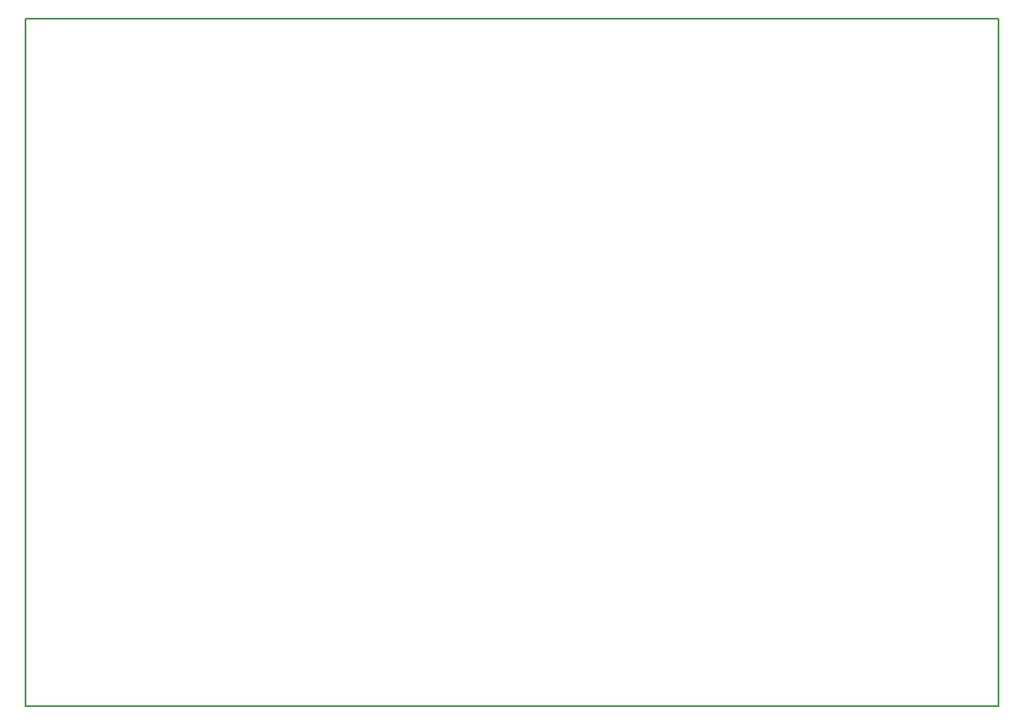
<source format=gbo>
G04 MADE WITH FRITZING*
G04 WWW.FRITZING.ORG*
G04 DOUBLE SIDED*
G04 HOLES PLATED*
G04 CONTOUR ON CENTER OF CONTOUR VECTOR*
%ASAXBY*%
%FSLAX23Y23*%
%MOIN*%
%OFA0B0*%
%SFA1.0B1.0*%
%ADD10R,3.824720X2.704390X3.808720X2.688390*%
%ADD11C,0.008000*%
%LNSILK0*%
G90*
G70*
G54D11*
X4Y2700D02*
X3821Y2700D01*
X3821Y4D01*
X4Y4D01*
X4Y2700D01*
D02*
G04 End of Silk0*
M02*
</source>
